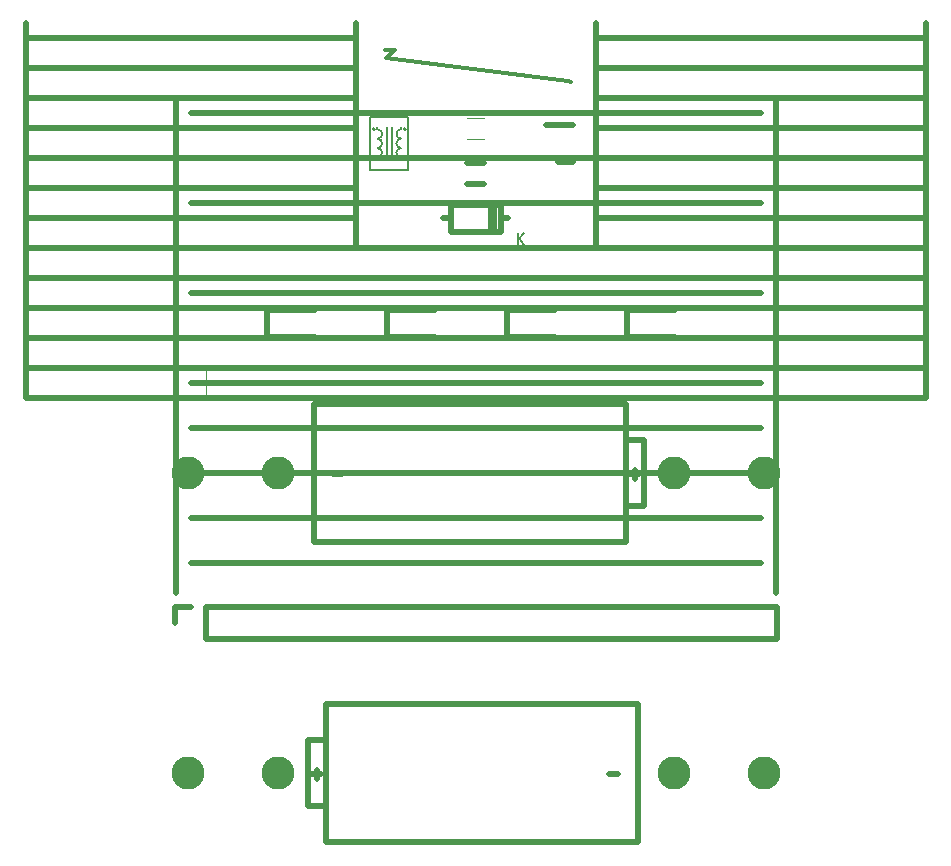
<source format=gbr>
From d9aa01eb65e6581cde34104cd9ef21933fb2ea6a Mon Sep 17 00:00:00 2001
From: Blaise Thompson <blaise@untzag.com>
Date: Tue, 21 Feb 2023 17:48:24 -0600
Subject: update base

---
 base/gerber/base-F_Silkscreen.gbr | 341 ++++++++++++--------------------------
 1 file changed, 102 insertions(+), 239 deletions(-)

(limited to 'base/gerber/base-F_Silkscreen.gbr')

diff --git a/base/gerber/base-F_Silkscreen.gbr b/base/gerber/base-F_Silkscreen.gbr
index c7f8869..3aaaf78 100644
--- a/base/gerber/base-F_Silkscreen.gbr
+++ b/base/gerber/base-F_Silkscreen.gbr
@@ -1,77 +1,49 @@
-%TF.GenerationSoftware,KiCad,Pcbnew,6.0.9+dfsg-1*%
-%TF.CreationDate,2022-11-28T19:22:20-06:00*%
+%TF.GenerationSoftware,KiCad,Pcbnew,6.0.11+dfsg-1*%
+%TF.CreationDate,2023-02-21T17:46:24-06:00*%
 %TF.ProjectId,base,62617365-2e6b-4696-9361-645f70636258,A*%
 %TF.SameCoordinates,Original*%
 %TF.FileFunction,Legend,Top*%
 %TF.FilePolarity,Positive*%
 %FSLAX46Y46*%
 G04 Gerber Fmt 4.6, Leading zero omitted, Abs format (unit mm)*
-G04 Created by KiCad (PCBNEW 6.0.9+dfsg-1) date 2022-11-28 19:22:20*
+G04 Created by KiCad (PCBNEW 6.0.11+dfsg-1) date 2023-02-21 17:46:24*
 %MOMM*%
 %LPD*%
 G01*
 G04 APERTURE LIST*
-%ADD10C,0.120000*%
+%ADD10C,0.500000*%
 %ADD11C,0.317500*%
 %ADD12C,0.150000*%
+%ADD13C,0.120000*%
+%ADD14C,2.794000*%
 G04 APERTURE END LIST*
 D10*
-X88900000Y-67310000D02*
-X116840000Y-67310000D01*
-X88900000Y-64770000D02*
-X116840000Y-64770000D01*
-X165100000Y-67310000D02*
-X137160000Y-67310000D01*
-X165100000Y-64770000D02*
-X165100000Y-67310000D01*
-X137160000Y-64770000D02*
-X165100000Y-64770000D01*
-X116840000Y-64770000D02*
-X116840000Y-69850000D01*
-X137160000Y-57150000D02*
-X137160000Y-69850000D01*
-X165100000Y-59690000D02*
-X137160000Y-59690000D01*
-X165100000Y-82550000D02*
-X165100000Y-50800000D01*
-X88900000Y-62230000D02*
-X116840000Y-62230000D01*
-X88900000Y-57150000D02*
-X116840000Y-57150000D01*
-X88900000Y-52070000D02*
-X116840000Y-52070000D01*
-X165100000Y-54610000D02*
-X137160000Y-54610000D01*
-X88900000Y-59690000D02*
-X116840000Y-59690000D01*
-X165100000Y-74930000D02*
-X88900000Y-74930000D01*
-X137160000Y-57150000D02*
-X137160000Y-50800000D01*
-X165100000Y-52070000D02*
-X137160000Y-52070000D01*
-X165100000Y-62230000D02*
-X137160000Y-62230000D01*
-X88900000Y-82550000D02*
-X165100000Y-82550000D01*
-X88900000Y-54610000D02*
-X116840000Y-54610000D01*
-X165100000Y-69850000D02*
-X88900000Y-69850000D01*
-X165100000Y-72390000D02*
-X88900000Y-72390000D01*
-X116840000Y-57150000D02*
-X116840000Y-50800000D01*
-X116840000Y-57150000D02*
-X116840000Y-64770000D01*
-X165100000Y-77470000D02*
-X88900000Y-77470000D01*
-X165100000Y-80010000D02*
-X88900000Y-80010000D01*
-X165100000Y-57150000D02*
-X137160000Y-57150000D01*
-X88900000Y-82550000D02*
-X88900000Y-50800000D01*
+X102870000Y-96520000D02*
+X151130000Y-96520000D01*
+X102870000Y-85090000D02*
+X151130000Y-85090000D01*
+X102870000Y-81280000D02*
+X151130000Y-81280000D01*
+X102870000Y-66040000D02*
+X151130000Y-66040000D01*
+X102870000Y-77470000D02*
+X151130000Y-77470000D01*
+X102870000Y-92710000D02*
+X151130000Y-92710000D01*
+X102870000Y-88900000D02*
+X151130000Y-88900000D01*
+X152400000Y-99060000D02*
+X152400000Y-57150000D01*
+X102870000Y-62230000D02*
+X151130000Y-62230000D01*
+X102870000Y-73660000D02*
+X151130000Y-73660000D01*
+X101600000Y-99060000D02*
+X101600000Y-57150000D01*
+X102870000Y-69850000D02*
+X151130000Y-69850000D01*
+X102870000Y-58420000D02*
+X151130000Y-58420000D01*
 D11*
 X135043333Y-55723064D02*
 X134861904Y-55662588D01*
@@ -351,185 +323,76 @@ X119410238Y-53738840D01*
 X120135952Y-53013126D01*
 X119349761Y-53013126D01*
 D12*
-%TO.C,D5*%
-X130548095Y-69562380D02*
-X130548095Y-68562380D01*
-X131119523Y-69562380D02*
-X130690952Y-68990952D01*
-X131119523Y-68562380D02*
-X130548095Y-69133809D01*
-D10*
-%TO.C,D4*%
-X139780000Y-77335000D02*
-X143840000Y-77335000D01*
-X139780000Y-75065000D02*
-X139780000Y-77335000D01*
-X143840000Y-75065000D02*
-X139780000Y-75065000D01*
-%TO.C,D3*%
-X129620000Y-77335000D02*
-X133680000Y-77335000D01*
-X129620000Y-75065000D02*
-X129620000Y-77335000D01*
-X133680000Y-75065000D02*
-X129620000Y-75065000D01*
-%TO.C,D2*%
-X119460000Y-77335000D02*
-X123520000Y-77335000D01*
-X119460000Y-75065000D02*
-X119460000Y-77335000D01*
-X123520000Y-75065000D02*
-X119460000Y-75065000D01*
-%TO.C,D1*%
-X109300000Y-77335000D02*
-X113360000Y-77335000D01*
-X109300000Y-75065000D02*
-X109300000Y-77335000D01*
-X113360000Y-75065000D02*
-X109300000Y-75065000D01*
-%TO.C,D5*%
-X124880000Y-68430000D02*
-X129120000Y-68430000D01*
-X128400000Y-68430000D02*
-X128400000Y-66190000D01*
-X128520000Y-68430000D02*
-X128520000Y-66190000D01*
-X124880000Y-66190000D02*
-X124880000Y-68430000D01*
-X128280000Y-68430000D02*
-X128280000Y-66190000D01*
-X129770000Y-67310000D02*
-X129120000Y-67310000D01*
-X129120000Y-68430000D02*
-X129120000Y-66190000D01*
-X129120000Y-66190000D02*
-X124880000Y-66190000D01*
-X124230000Y-67310000D02*
-X124880000Y-67310000D01*
-%TO.C,C1*%
-X126288748Y-64410000D02*
-X127711252Y-64410000D01*
-X126288748Y-62590000D02*
-X127711252Y-62590000D01*
+%TO.C,BT2*%
+X114935047Y-88971428D02*
+X115696952Y-88971428D01*
+X140081047Y-88971428D02*
+X140842952Y-88971428D01*
+X140462000Y-89352380D02*
+X140462000Y-88590476D01*
+%TO.C,BT1*%
+X138303047Y-114371428D02*
+X139064952Y-114371428D01*
+X113157047Y-114371428D02*
+X113918952Y-114371428D01*
+X113538000Y-114752380D02*
+X113538000Y-113990476D01*
+%TO.C,BT2*%
+X139700000Y-91694000D02*
+X141224000Y-91694000D01*
+X141224000Y-91694000D02*
+X141224000Y-86106000D01*
+X141224000Y-86106000D02*
+X139700000Y-86106000D01*
+X113284000Y-83058000D02*
+X139700000Y-83058000D01*
+X139700000Y-94742000D02*
+X113284000Y-94742000D01*
+X139700000Y-94742000D02*
+X139700000Y-83058000D01*
+X113284000Y-83058000D02*
+X113284000Y-94742000D01*
+%TO.C,BT1*%
+X114300000Y-111506000D02*
+X112776000Y-111506000D01*
+X112776000Y-111506000D02*
+X112776000Y-117094000D01*
+X112776000Y-117094000D02*
+X114300000Y-117094000D01*
+X140716000Y-120142000D02*
+X114300000Y-120142000D01*
+X114300000Y-108458000D02*
+X140716000Y-108458000D01*
+X114300000Y-108458000D02*
+X114300000Y-120142000D01*
+X140716000Y-120142000D02*
+X140716000Y-108458000D01*
+D13*
 %TO.C,J1*%
-X152460000Y-82610000D02*
-X152460000Y-79950000D01*
-X101540000Y-81280000D02*
-X101540000Y-79950000D01*
-X101540000Y-79950000D02*
-X102870000Y-79950000D01*
-X104140000Y-79950000D02*
-X152460000Y-79950000D01*
-X104140000Y-82610000D02*
-X152460000Y-82610000D01*
-X104140000Y-82610000D02*
-X104140000Y-79950000D01*
-%TO.C,R1*%
-X126272936Y-58780000D02*
-X127727064Y-58780000D01*
-X126272936Y-60600000D02*
-X127727064Y-60600000D01*
-D12*
-%TO.C,L1*%
-X120688750Y-62160000D02*
-X120688750Y-62360000D01*
-X118688750Y-59760000D02*
-X118688750Y-59560000D01*
-X118688750Y-62160000D02*
-X118688750Y-62360000D01*
-X121288750Y-58710000D02*
-X121288750Y-63210000D01*
-X121288750Y-63210000D02*
-X118088750Y-63210000D01*
-X119888750Y-62360000D02*
-X119888750Y-59560000D01*
-X120688750Y-59760000D02*
-X120688750Y-59560000D01*
-X118088750Y-63210000D02*
-X118088750Y-58710000D01*
-X119488750Y-59560000D02*
-X119488750Y-62360000D01*
-X118088750Y-58710000D02*
-X121288750Y-58710000D01*
-X120288750Y-60960000D02*
-G75*
-G03*
-X120688750Y-61360000I399999J-1D01*
-G01*
-X120688750Y-60560000D02*
-G75*
-G03*
-X120288750Y-60960000I-1J-399999D01*
-G01*
-X119088750Y-60160000D02*
-G75*
-G03*
-X118688750Y-59760000I-399999J1D01*
-G01*
-X120288750Y-61760000D02*
-G75*
-G03*
-X120688750Y-62160000I400000J0D01*
-G01*
-X120288750Y-60160000D02*
-G75*
-G03*
-X120688750Y-60560000I399999J-1D01*
-G01*
-X118688750Y-61360000D02*
-G75*
-G03*
-X119088750Y-60960000I0J400000D01*
-G01*
-X118688750Y-60560000D02*
-G75*
-G03*
-X119088750Y-60160000I1J399999D01*
-G01*
-X120688750Y-61360000D02*
-G75*
-G03*
-X120288750Y-61760000I0J-400000D01*
-G01*
-X119088750Y-61760000D02*
-G75*
-G03*
-X118688750Y-61360000I-400000J0D01*
-G01*
-X120688750Y-59760000D02*
-G75*
-G03*
-X120288750Y-60160000I-1J-399999D01*
-G01*
-X119088750Y-60960000D02*
-G75*
-G03*
-X118688750Y-60560000I-399999J1D01*
-G01*
-X118688750Y-62160000D02*
-G75*
-G03*
-X119088750Y-61760000I0J400000D01*
-G01*
-X121088750Y-59760000D02*
-G75*
-G03*
-X121088750Y-59760000I-100000J0D01*
-G01*
-X118488750Y-59760000D02*
-G75*
-G03*
-X118488750Y-59760000I-100000J0D01*
-G01*
-D10*
-%TO.C,Q1*%
-X134620000Y-59400000D02*
-X135270000Y-59400000D01*
-X134620000Y-62520000D02*
-X133970000Y-62520000D01*
-X134620000Y-62520000D02*
-X135270000Y-62520000D01*
-X134620000Y-59400000D02*
-X132945000Y-59400000D01*
+X152490000Y-102905000D02*
+X152490000Y-100245000D01*
+X101570000Y-101575000D02*
+X101570000Y-100245000D01*
+X101570000Y-100245000D02*
+X102900000Y-100245000D01*
+X104170000Y-100245000D02*
+X152490000Y-100245000D01*
+X104170000Y-102905000D02*
+X152490000Y-102905000D01*
+X104170000Y-102905000D02*
+X104170000Y-100245000D01*
+%TD*%
+D14*
+%TO.C,BT2*%
+X151384000Y-88900000D03*
+X143764000Y-88900000D03*
+X110236000Y-88900000D03*
+X102616000Y-88900000D03*
+%TD*%
+%TO.C,BT1*%
+X102616000Y-114300000D03*
+X110236000Y-114300000D03*
+X143764000Y-114300000D03*
+X151384000Y-114300000D03*
 %TD*%
 M02*
-- 
cgit v1.2.3


</source>
